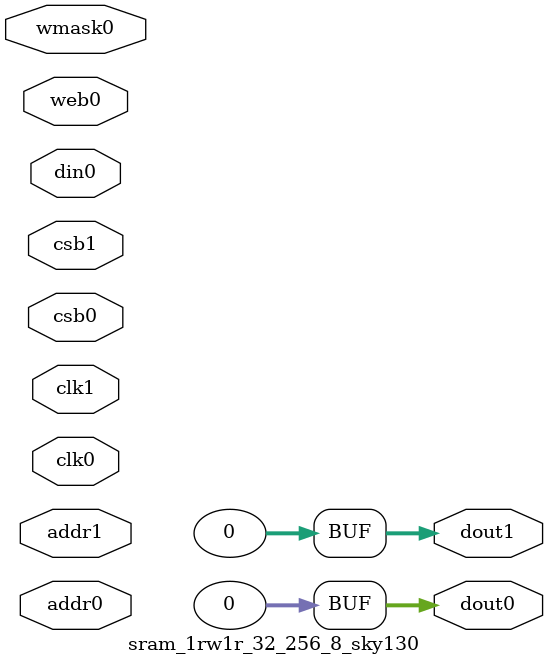
<source format=v>
module top(input CLK, BTN_N, output LEDR_N, LEDG_N, LED1, LED2, LED3, LED4, LED5);
    wire [27:0] O_top;
    wire [27:0] I_top, T_top;
    // Instantiate both the fabric and the reference DUT
    eFPGA_top top_i (
        .I_top(I_top),
        .T_top(T_top),
        .O_top(O_top),
        .A_config_C(), .B_config_C(),
        .CLK(CLK), .SelfWriteStrobe(1'b0), .SelfWriteData(32'b0),
        .Rx(1'b0),
        .ComActive(),
        .ReceiveLED(),
        .s_clk(1'b0),
        .s_data(1'b0)
    );

    assign O_top = {26'b0, ~BTN_N};
    assign {LEDR_N, LEDG_N, LED5, LED4, LED3, LED2, LED1} = I_top[27:21];

endmodule

module clk_buf(input A, output X);
assign X = A;
endmodule

module sram_1rw1r_32_256_8_sky130(
//`ifdef USE_POWER_PINS
//  vdd,
//  gnd,
//`endif
// Port 0: RW
    clk0,csb0,web0,wmask0,addr0,din0,dout0,
// Port 1: R
    clk1,csb1,addr1,dout1
  );

  parameter NUM_WMASKS = 4 ;
  parameter DATA_WIDTH = 32 ;
  parameter ADDR_WIDTH = 8 ;
  parameter RAM_DEPTH = 1 << ADDR_WIDTH;
  // FIXME: This delay is arbitrary.
  parameter DELAY = 3 ;
//`ifdef USE_POWER_PINS
 // inout vdd;
 // inout gnd;
//`endif
  input  clk0; // clock
  input   csb0; // active low chip select
  input  web0; // active low write control
  input [NUM_WMASKS-1:0]   wmask0; // write mask
  input [ADDR_WIDTH-1:0]  addr0;
  input [DATA_WIDTH-1:0]  din0;
  output [DATA_WIDTH-1:0] dout0;
  input  clk1; // clock
  input   csb1; // active low chip select
  input [ADDR_WIDTH-1:0]  addr1;
  output [DATA_WIDTH-1:0] dout1;
  // bram unsupported in emulation
  assign dout0 = 0;
  assign dout1 = 0;
endmodule


</source>
